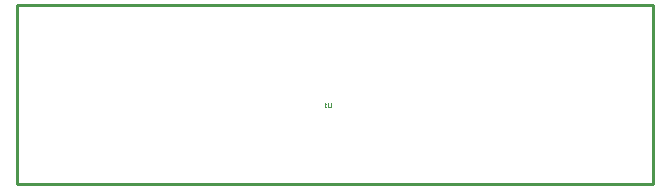
<source format=gm1>
G04*
G04 #@! TF.GenerationSoftware,Altium Limited,Altium Designer,23.8.1 (32)*
G04*
G04 Layer_Color=16711935*
%FSLAX44Y44*%
%MOMM*%
G71*
G04*
G04 #@! TF.SameCoordinates,9B814528-EFA3-4082-B0EB-4300BE4F3D03*
G04*
G04*
G04 #@! TF.FilePolarity,Positive*
G04*
G01*
G75*
%ADD14C,0.2540*%
%ADD50C,0.0600*%
D14*
X255270Y1148080D02*
X793750D01*
X255270Y1299210D02*
X793750D01*
Y1148080D02*
Y1299210D01*
X255270Y1148080D02*
Y1299210D01*
D50*
X520700Y1216849D02*
Y1213516D01*
X520034Y1212850D01*
X518701D01*
X518034Y1213516D01*
Y1216849D01*
X516701Y1212850D02*
X515368D01*
X516035D01*
Y1216849D01*
X516701Y1216182D01*
M02*

</source>
